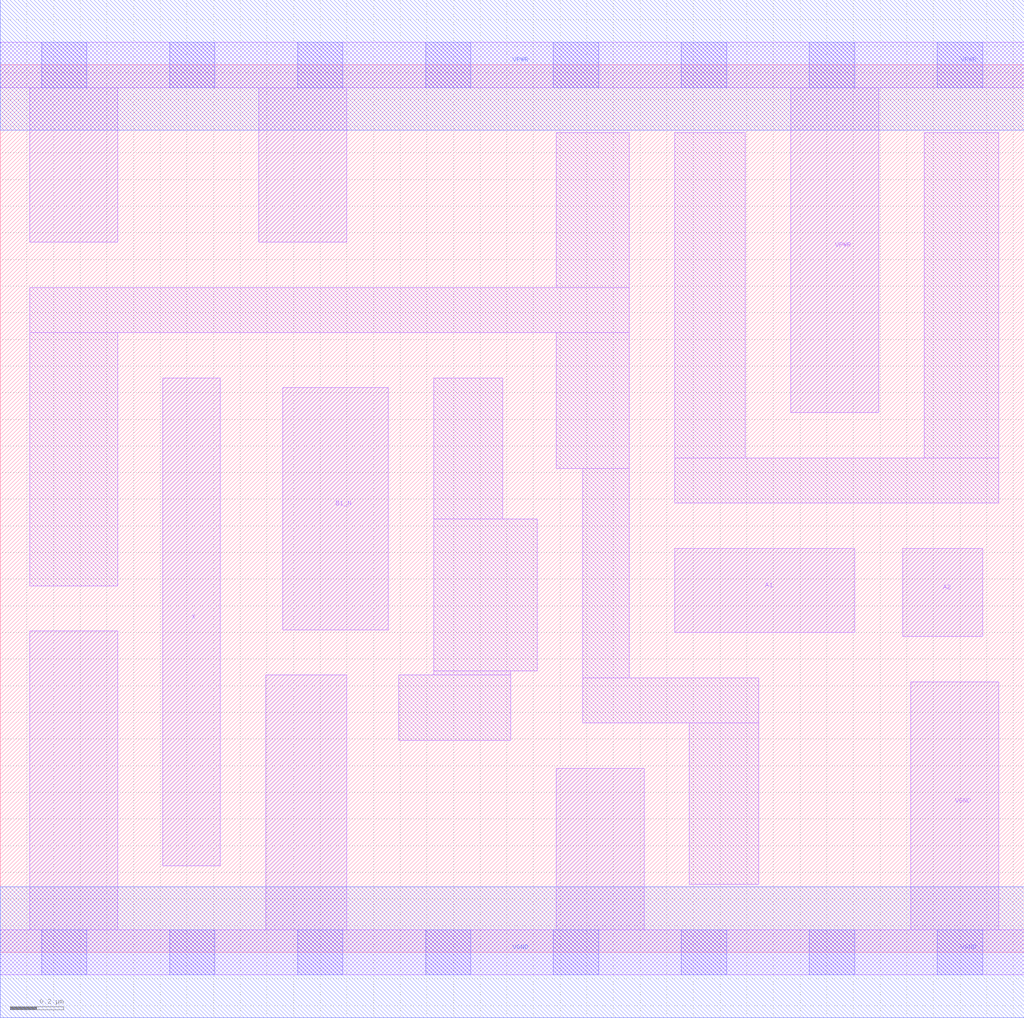
<source format=lef>
# Copyright 2020 The SkyWater PDK Authors
#
# Licensed under the Apache License, Version 2.0 (the "License");
# you may not use this file except in compliance with the License.
# You may obtain a copy of the License at
#
#     https://www.apache.org/licenses/LICENSE-2.0
#
# Unless required by applicable law or agreed to in writing, software
# distributed under the License is distributed on an "AS IS" BASIS,
# WITHOUT WARRANTIES OR CONDITIONS OF ANY KIND, either express or implied.
# See the License for the specific language governing permissions and
# limitations under the License.
#
# SPDX-License-Identifier: Apache-2.0

VERSION 5.7 ;
  NAMESCASESENSITIVE ON ;
  NOWIREEXTENSIONATPIN ON ;
  DIVIDERCHAR "/" ;
  BUSBITCHARS "[]" ;
UNITS
  DATABASE MICRONS 200 ;
END UNITS
MACRO sky130_fd_sc_lp__a21bo_2
  CLASS CORE ;
  SOURCE USER ;
  FOREIGN sky130_fd_sc_lp__a21bo_2 ;
  ORIGIN  0.000000  0.000000 ;
  SIZE  3.840000 BY  3.330000 ;
  SYMMETRY X Y R90 ;
  SITE unit ;
  PIN A1
    ANTENNAGATEAREA  0.315000 ;
    DIRECTION INPUT ;
    USE SIGNAL ;
    PORT
      LAYER li1 ;
        RECT 2.530000 1.200000 3.205000 1.515000 ;
    END
  END A1
  PIN A2
    ANTENNAGATEAREA  0.315000 ;
    DIRECTION INPUT ;
    USE SIGNAL ;
    PORT
      LAYER li1 ;
        RECT 3.385000 1.185000 3.685000 1.515000 ;
    END
  END A2
  PIN B1_N
    ANTENNAGATEAREA  0.126000 ;
    DIRECTION INPUT ;
    USE SIGNAL ;
    PORT
      LAYER li1 ;
        RECT 1.060000 1.210000 1.455000 2.120000 ;
    END
  END B1_N
  PIN X
    ANTENNADIFFAREA  0.588000 ;
    DIRECTION OUTPUT ;
    USE SIGNAL ;
    PORT
      LAYER li1 ;
        RECT 0.610000 0.325000 0.825000 2.155000 ;
    END
  END X
  PIN VGND
    DIRECTION INOUT ;
    USE GROUND ;
    PORT
      LAYER li1 ;
        RECT 0.000000 -0.085000 3.840000 0.085000 ;
        RECT 0.110000  0.085000 0.440000 1.205000 ;
        RECT 0.995000  0.085000 1.300000 1.040000 ;
        RECT 2.085000  0.085000 2.415000 0.690000 ;
        RECT 3.415000  0.085000 3.745000 1.015000 ;
      LAYER mcon ;
        RECT 0.155000 -0.085000 0.325000 0.085000 ;
        RECT 0.635000 -0.085000 0.805000 0.085000 ;
        RECT 1.115000 -0.085000 1.285000 0.085000 ;
        RECT 1.595000 -0.085000 1.765000 0.085000 ;
        RECT 2.075000 -0.085000 2.245000 0.085000 ;
        RECT 2.555000 -0.085000 2.725000 0.085000 ;
        RECT 3.035000 -0.085000 3.205000 0.085000 ;
        RECT 3.515000 -0.085000 3.685000 0.085000 ;
      LAYER met1 ;
        RECT 0.000000 -0.245000 3.840000 0.245000 ;
    END
  END VGND
  PIN VPWR
    DIRECTION INOUT ;
    USE POWER ;
    PORT
      LAYER li1 ;
        RECT 0.000000 3.245000 3.840000 3.415000 ;
        RECT 0.110000 2.665000 0.440000 3.245000 ;
        RECT 0.970000 2.665000 1.300000 3.245000 ;
        RECT 2.965000 2.025000 3.295000 3.245000 ;
      LAYER mcon ;
        RECT 0.155000 3.245000 0.325000 3.415000 ;
        RECT 0.635000 3.245000 0.805000 3.415000 ;
        RECT 1.115000 3.245000 1.285000 3.415000 ;
        RECT 1.595000 3.245000 1.765000 3.415000 ;
        RECT 2.075000 3.245000 2.245000 3.415000 ;
        RECT 2.555000 3.245000 2.725000 3.415000 ;
        RECT 3.035000 3.245000 3.205000 3.415000 ;
        RECT 3.515000 3.245000 3.685000 3.415000 ;
      LAYER met1 ;
        RECT 0.000000 3.085000 3.840000 3.575000 ;
    END
  END VPWR
  OBS
    LAYER li1 ;
      RECT 0.110000 1.375000 0.440000 2.325000 ;
      RECT 0.110000 2.325000 2.360000 2.495000 ;
      RECT 1.495000 0.795000 1.915000 1.040000 ;
      RECT 1.625000 1.040000 1.915000 1.055000 ;
      RECT 1.625000 1.055000 2.015000 1.625000 ;
      RECT 1.625000 1.625000 1.885000 2.155000 ;
      RECT 2.085000 1.815000 2.360000 2.325000 ;
      RECT 2.085000 2.495000 2.360000 3.075000 ;
      RECT 2.185000 0.860000 2.845000 1.030000 ;
      RECT 2.185000 1.030000 2.360000 1.815000 ;
      RECT 2.530000 1.685000 3.745000 1.855000 ;
      RECT 2.530000 1.855000 2.795000 3.075000 ;
      RECT 2.585000 0.255000 2.845000 0.860000 ;
      RECT 3.465000 1.855000 3.745000 3.075000 ;
  END
END sky130_fd_sc_lp__a21bo_2

</source>
